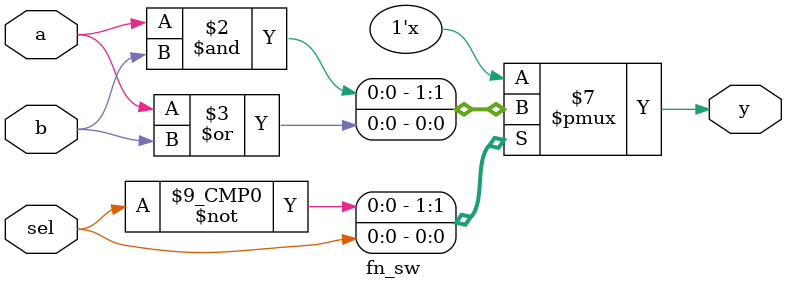
<source format=v>
`timescale 1ns/10ps 


module fn_sw(a,b,sel,y);


input  a,b,sel;
output y;

// assign y=sel?(a^b):(a&b);

reg y;
always@(a or b or sel ) 

begin 

case(sel)

2'b00:begin y<=a&b;end
2'b01:begin y<=a|b;end
2'b10:begin y<=a^b;end
2'b11:begin y<=~(a^b);end
endcase

end

endmodule 

</source>
